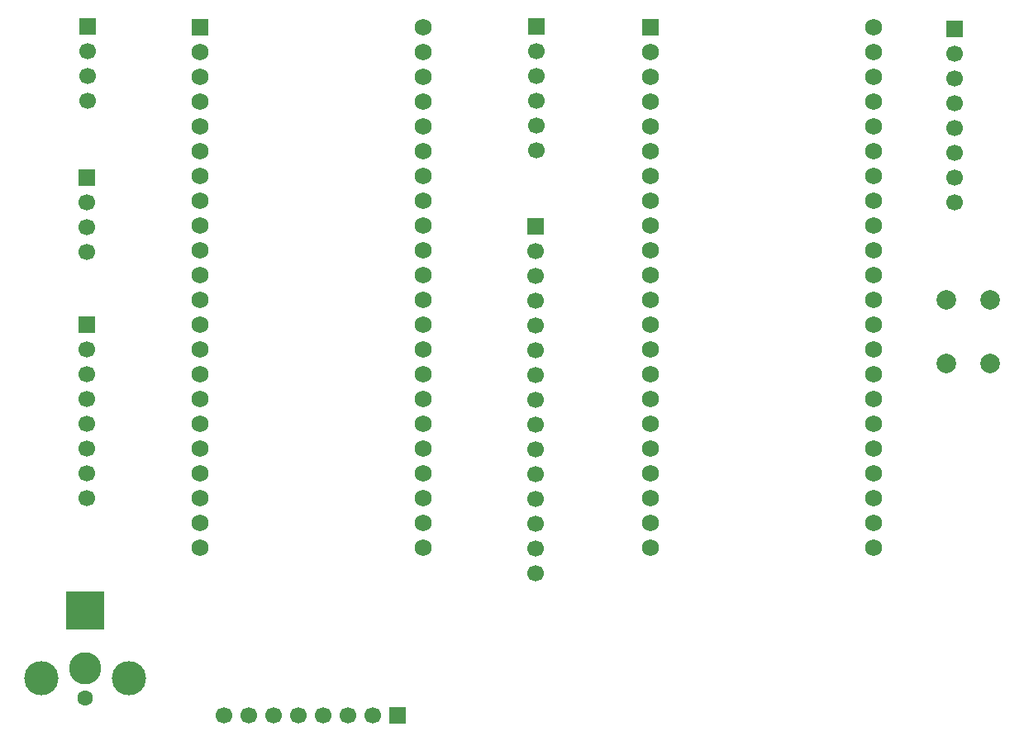
<source format=gbr>
%TF.GenerationSoftware,KiCad,Pcbnew,9.0.3*%
%TF.CreationDate,2025-07-31T09:13:31-06:00*%
%TF.ProjectId,ARC-210-ESP32S3-Board,4152432d-3231-4302-9d45-535033325333,rev?*%
%TF.SameCoordinates,Original*%
%TF.FileFunction,Soldermask,Top*%
%TF.FilePolarity,Negative*%
%FSLAX46Y46*%
G04 Gerber Fmt 4.6, Leading zero omitted, Abs format (unit mm)*
G04 Created by KiCad (PCBNEW 9.0.3) date 2025-07-31 09:13:31*
%MOMM*%
%LPD*%
G01*
G04 APERTURE LIST*
G04 Aperture macros list*
%AMRoundRect*
0 Rectangle with rounded corners*
0 $1 Rounding radius*
0 $2 $3 $4 $5 $6 $7 $8 $9 X,Y pos of 4 corners*
0 Add a 4 corners polygon primitive as box body*
4,1,4,$2,$3,$4,$5,$6,$7,$8,$9,$2,$3,0*
0 Add four circle primitives for the rounded corners*
1,1,$1+$1,$2,$3*
1,1,$1+$1,$4,$5*
1,1,$1+$1,$6,$7*
1,1,$1+$1,$8,$9*
0 Add four rect primitives between the rounded corners*
20,1,$1+$1,$2,$3,$4,$5,0*
20,1,$1+$1,$4,$5,$6,$7,0*
20,1,$1+$1,$6,$7,$8,$9,0*
20,1,$1+$1,$8,$9,$2,$3,0*%
G04 Aperture macros list end*
%ADD10RoundRect,0.102000X-0.765000X-0.765000X0.765000X-0.765000X0.765000X0.765000X-0.765000X0.765000X0*%
%ADD11C,1.734000*%
%ADD12C,2.000000*%
%ADD13R,1.700000X1.700000*%
%ADD14C,1.700000*%
%ADD15C,1.600000*%
%ADD16R,4.000000X4.000000*%
%ADD17C,3.300000*%
%ADD18C,3.500000*%
G04 APERTURE END LIST*
D10*
%TO.C,U2*%
X189170000Y-48100000D03*
D11*
X189170000Y-50640000D03*
X189170000Y-53180000D03*
X189170000Y-55720000D03*
X189170000Y-58260000D03*
X189170000Y-60800000D03*
X189170000Y-63340000D03*
X189170000Y-65880000D03*
X189170000Y-68420000D03*
X189170000Y-70960000D03*
X189170000Y-73500000D03*
X189170000Y-76040000D03*
X189170000Y-78580000D03*
X189170000Y-81120000D03*
X189170000Y-83660000D03*
X189170000Y-86200000D03*
X189170000Y-88740000D03*
X189170000Y-91280000D03*
X189170000Y-93820000D03*
X189170000Y-96360000D03*
X189170000Y-98900000D03*
X189170000Y-101440000D03*
X212030000Y-48100000D03*
X212030000Y-50640000D03*
X212030000Y-53180000D03*
X212030000Y-55720000D03*
X212030000Y-58260000D03*
X212030000Y-60800000D03*
X212030000Y-63340000D03*
X212030000Y-65880000D03*
X212030000Y-68420000D03*
X212030000Y-70960000D03*
X212030000Y-73500000D03*
X212030000Y-76040000D03*
X212030000Y-78580000D03*
X212030000Y-81120000D03*
X212030000Y-83660000D03*
X212030000Y-86200000D03*
X212030000Y-88740000D03*
X212030000Y-91280000D03*
X212030000Y-93820000D03*
X212030000Y-96360000D03*
X212030000Y-98900000D03*
X212030000Y-101440000D03*
%TD*%
D10*
%TO.C,U1*%
X143030000Y-48060000D03*
D11*
X143030000Y-50600000D03*
X143030000Y-53140000D03*
X143030000Y-55680000D03*
X143030000Y-58220000D03*
X143030000Y-60760000D03*
X143030000Y-63300000D03*
X143030000Y-65840000D03*
X143030000Y-68380000D03*
X143030000Y-70920000D03*
X143030000Y-73460000D03*
X143030000Y-76000000D03*
X143030000Y-78540000D03*
X143030000Y-81080000D03*
X143030000Y-83620000D03*
X143030000Y-86160000D03*
X143030000Y-88700000D03*
X143030000Y-91240000D03*
X143030000Y-93780000D03*
X143030000Y-96320000D03*
X143030000Y-98860000D03*
X143030000Y-101400000D03*
X165890000Y-48060000D03*
X165890000Y-50600000D03*
X165890000Y-53140000D03*
X165890000Y-55680000D03*
X165890000Y-58220000D03*
X165890000Y-60760000D03*
X165890000Y-63300000D03*
X165890000Y-65840000D03*
X165890000Y-68380000D03*
X165890000Y-70920000D03*
X165890000Y-73460000D03*
X165890000Y-76000000D03*
X165890000Y-78540000D03*
X165890000Y-81080000D03*
X165890000Y-83620000D03*
X165890000Y-86160000D03*
X165890000Y-88700000D03*
X165890000Y-91240000D03*
X165890000Y-93780000D03*
X165890000Y-96320000D03*
X165890000Y-98860000D03*
X165890000Y-101400000D03*
%TD*%
D12*
%TO.C,SW1*%
X219480000Y-82550000D03*
X219480000Y-76050000D03*
X223980000Y-82550000D03*
X223980000Y-76050000D03*
%TD*%
D13*
%TO.C,J8*%
X131450000Y-78580000D03*
D14*
X131450000Y-81120000D03*
X131450000Y-83660000D03*
X131450000Y-86200000D03*
X131450000Y-88740000D03*
X131450000Y-91280000D03*
X131450000Y-93820000D03*
X131450000Y-96360000D03*
%TD*%
D13*
%TO.C,J7*%
X220310000Y-48290000D03*
D14*
X220310000Y-50830000D03*
X220310000Y-53370000D03*
X220310000Y-55910000D03*
X220310000Y-58450000D03*
X220310000Y-60990000D03*
X220310000Y-63530000D03*
X220310000Y-66070000D03*
%TD*%
D13*
%TO.C,J6*%
X177420000Y-68500000D03*
D14*
X177420000Y-71040000D03*
X177420000Y-73580000D03*
X177420000Y-76120000D03*
X177420000Y-78660000D03*
X177420000Y-81200000D03*
X177420000Y-83740000D03*
X177420000Y-86280000D03*
X177420000Y-88820000D03*
X177420000Y-91360000D03*
X177420000Y-93900000D03*
X177420000Y-96440000D03*
X177420000Y-98980000D03*
X177420000Y-101520000D03*
X177420000Y-104060000D03*
%TD*%
D13*
%TO.C,J5*%
X177470000Y-48000000D03*
D14*
X177470000Y-50540000D03*
X177470000Y-53080000D03*
X177470000Y-55620000D03*
X177470000Y-58160000D03*
X177470000Y-60700000D03*
%TD*%
D13*
%TO.C,J4*%
X131470000Y-47970000D03*
D14*
X131470000Y-50510000D03*
X131470000Y-53050000D03*
X131470000Y-55590000D03*
%TD*%
%TO.C,J3*%
X131430000Y-71090000D03*
X131430000Y-68550000D03*
X131430000Y-66010000D03*
D13*
X131430000Y-63470000D03*
%TD*%
D15*
%TO.C,J2*%
X131280000Y-116840000D03*
D16*
X131280000Y-107840000D03*
D17*
X131280000Y-113840000D03*
D18*
X126780000Y-114840000D03*
X135780000Y-114840000D03*
%TD*%
D13*
%TO.C,J1*%
X163280000Y-118590000D03*
D14*
X160740000Y-118590000D03*
X158200000Y-118590000D03*
X155660000Y-118590000D03*
X153120000Y-118590000D03*
X150580000Y-118590000D03*
X148040000Y-118590000D03*
X145500000Y-118590000D03*
%TD*%
M02*

</source>
